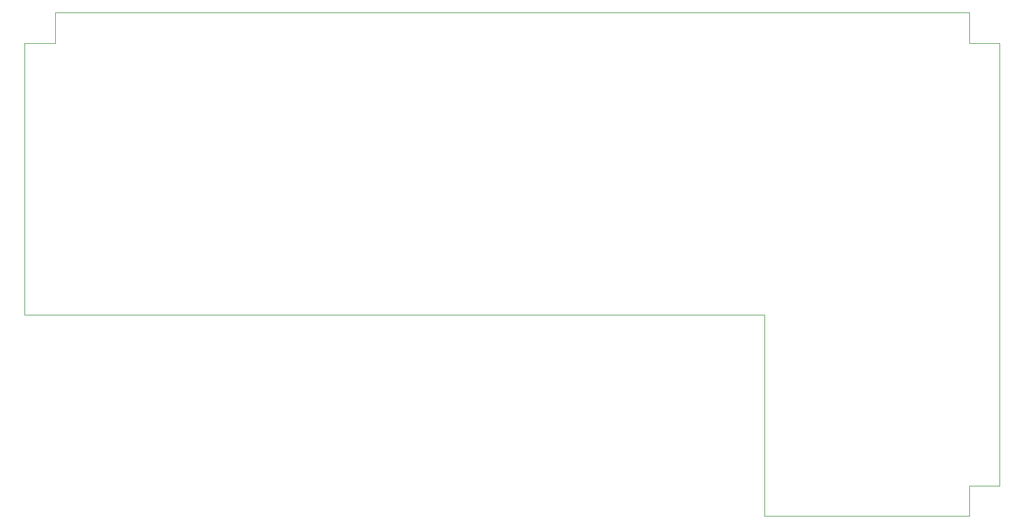
<source format=gbr>
%TF.GenerationSoftware,KiCad,Pcbnew,(7.0.0)*%
%TF.CreationDate,2024-01-27T17:52:15+01:00*%
%TF.ProjectId,bed-smart-plug,6265642d-736d-4617-9274-2d706c75672e,rev?*%
%TF.SameCoordinates,Original*%
%TF.FileFunction,Profile,NP*%
%FSLAX46Y46*%
G04 Gerber Fmt 4.6, Leading zero omitted, Abs format (unit mm)*
G04 Created by KiCad (PCBNEW (7.0.0)) date 2024-01-27 17:52:15*
%MOMM*%
%LPD*%
G01*
G04 APERTURE LIST*
%TA.AperFunction,Profile*%
%ADD10C,0.100000*%
%TD*%
G04 APERTURE END LIST*
D10*
X212600000Y-51300000D02*
X217100000Y-51300000D01*
X217100000Y-117300000D01*
X212600000Y-117300000D01*
X212600000Y-121800000D01*
X182100000Y-121800000D01*
X182100000Y-91800000D01*
X72100000Y-91800000D01*
X72100000Y-51300000D01*
X76600000Y-51300000D01*
X76600000Y-46800000D01*
X212600000Y-46800000D01*
X212600000Y-51300000D01*
M02*

</source>
